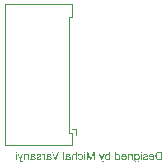
<source format=gbr>
%TF.GenerationSoftware,KiCad,Pcbnew,9.0.6*%
%TF.CreationDate,2025-12-28T22:43:58+01:00*%
%TF.ProjectId,Programmer_Board,50726f67-7261-46d6-9d65-725f426f6172,1.0*%
%TF.SameCoordinates,Original*%
%TF.FileFunction,Legend,Bot*%
%TF.FilePolarity,Positive*%
%FSLAX46Y46*%
G04 Gerber Fmt 4.6, Leading zero omitted, Abs format (unit mm)*
G04 Created by KiCad (PCBNEW 9.0.6) date 2025-12-28 22:43:58*
%MOMM*%
%LPD*%
G01*
G04 APERTURE LIST*
%ADD10C,0.087500*%
%ADD11C,0.120000*%
G04 APERTURE END LIST*
D10*
G36*
X143121097Y-110981000D02*
G01*
X142837543Y-110981000D01*
X142778210Y-110976222D01*
X142727175Y-110962617D01*
X142682975Y-110940772D01*
X142644510Y-110910571D01*
X142611126Y-110871213D01*
X142582670Y-110821271D01*
X142559604Y-110759760D01*
X142545442Y-110692667D01*
X142541643Y-110635255D01*
X142637636Y-110635255D01*
X142639353Y-110669837D01*
X142644817Y-110708901D01*
X142655455Y-110752495D01*
X142669129Y-110788469D01*
X142685465Y-110817937D01*
X142711811Y-110850011D01*
X142741923Y-110873618D01*
X142776336Y-110889659D01*
X142809669Y-110896925D01*
X142855709Y-110899703D01*
X143025482Y-110899703D01*
X143025482Y-110360336D01*
X142856649Y-110360336D01*
X142810066Y-110363667D01*
X142771257Y-110372992D01*
X142738880Y-110387635D01*
X142711874Y-110407388D01*
X142689526Y-110432528D01*
X142668177Y-110469305D01*
X142651949Y-110514235D01*
X142641431Y-110568923D01*
X142637636Y-110635255D01*
X142541643Y-110635255D01*
X142540568Y-110619013D01*
X142545457Y-110546682D01*
X142559372Y-110483904D01*
X142581564Y-110429200D01*
X142611820Y-110381365D01*
X142646171Y-110344538D01*
X142685046Y-110316207D01*
X142729053Y-110295724D01*
X142779144Y-110283011D01*
X142836560Y-110278569D01*
X143121097Y-110278569D01*
X143121097Y-110981000D01*
G37*
G36*
X142269065Y-110462437D02*
G01*
X142314928Y-110476940D01*
X142355431Y-110500694D01*
X142391482Y-110534383D01*
X142420052Y-110574518D01*
X142440855Y-110620514D01*
X142453852Y-110673453D01*
X142458417Y-110734717D01*
X142453742Y-110797269D01*
X142440633Y-110849454D01*
X142419974Y-110893099D01*
X142391953Y-110929623D01*
X142356476Y-110960345D01*
X142318137Y-110981807D01*
X142276260Y-110994739D01*
X142229873Y-110999165D01*
X142191749Y-110997150D01*
X142159562Y-110991514D01*
X142122527Y-110979601D01*
X142090400Y-110962410D01*
X142062493Y-110939881D01*
X142040759Y-110915447D01*
X142020178Y-110883205D01*
X142004704Y-110848803D01*
X141997952Y-110820330D01*
X142082582Y-110820330D01*
X142095542Y-110852313D01*
X142115109Y-110880084D01*
X142136625Y-110899355D01*
X142161271Y-110913112D01*
X142189665Y-110921607D01*
X142222692Y-110924579D01*
X142258206Y-110921291D01*
X142286969Y-110912120D01*
X142310368Y-110897584D01*
X142329335Y-110877477D01*
X142347974Y-110844415D01*
X142360508Y-110803357D01*
X142366136Y-110752413D01*
X141990771Y-110752413D01*
X141992942Y-110684067D01*
X142079248Y-110684067D01*
X142363743Y-110684067D01*
X142357702Y-110641684D01*
X142343494Y-110605874D01*
X142321214Y-110575288D01*
X142292162Y-110551407D01*
X142259430Y-110537294D01*
X142221752Y-110532460D01*
X142181640Y-110536726D01*
X142149657Y-110548629D01*
X142123994Y-110567688D01*
X142103612Y-110594607D01*
X142088579Y-110631529D01*
X142079248Y-110684067D01*
X141992942Y-110684067D01*
X141993064Y-110680220D01*
X141998422Y-110639572D01*
X142011580Y-110590515D01*
X142032873Y-110549215D01*
X142052857Y-110524372D01*
X142078552Y-110502326D01*
X142110792Y-110483007D01*
X142145615Y-110468672D01*
X142180719Y-110460215D01*
X142216495Y-110457404D01*
X142269065Y-110462437D01*
G37*
G36*
X141753598Y-110458615D02*
G01*
X141791101Y-110467457D01*
X141823018Y-110481451D01*
X141850234Y-110500446D01*
X141873172Y-110524683D01*
X141889323Y-110551909D01*
X141899175Y-110582733D01*
X141902594Y-110618073D01*
X141899097Y-110647356D01*
X141888953Y-110672660D01*
X141871984Y-110694936D01*
X141847114Y-110714671D01*
X141811194Y-110732334D01*
X141750516Y-110751002D01*
X141682171Y-110768227D01*
X141631939Y-110782702D01*
X141608525Y-110792591D01*
X141592108Y-110806057D01*
X141582612Y-110822464D01*
X141579332Y-110842813D01*
X141583518Y-110869721D01*
X141595435Y-110890667D01*
X141615706Y-110907140D01*
X141640678Y-110918500D01*
X141668522Y-110925491D01*
X141699823Y-110927913D01*
X141740347Y-110924778D01*
X141771404Y-110916296D01*
X141795021Y-110903397D01*
X141812706Y-110886325D01*
X141826355Y-110860067D01*
X141834206Y-110820330D01*
X141916955Y-110820330D01*
X141912333Y-110857874D01*
X141902256Y-110891371D01*
X141886877Y-110921489D01*
X141866006Y-110948729D01*
X141840779Y-110969735D01*
X141806979Y-110985892D01*
X141762376Y-110996631D01*
X141704140Y-111000618D01*
X141650477Y-110996949D01*
X141607517Y-110986871D01*
X141573263Y-110971385D01*
X141546121Y-110950909D01*
X141523034Y-110924327D01*
X141507037Y-110896115D01*
X141497479Y-110865817D01*
X141494232Y-110832769D01*
X141497686Y-110798244D01*
X141507352Y-110770283D01*
X141522804Y-110747489D01*
X141544454Y-110728990D01*
X141584212Y-110710147D01*
X141668750Y-110685478D01*
X141725683Y-110671629D01*
X141760376Y-110661068D01*
X141782103Y-110650557D01*
X141800957Y-110635107D01*
X141811546Y-110617544D01*
X141815100Y-110597001D01*
X141812287Y-110577847D01*
X141804082Y-110561696D01*
X141790010Y-110547762D01*
X141772245Y-110538033D01*
X141748217Y-110531551D01*
X141716108Y-110529126D01*
X141668514Y-110533643D01*
X141635573Y-110545442D01*
X141613312Y-110563063D01*
X141599026Y-110588365D01*
X141592711Y-110616150D01*
X141511457Y-110616150D01*
X141514416Y-110584003D01*
X141524599Y-110553315D01*
X141542531Y-110523398D01*
X141570547Y-110494911D01*
X141606384Y-110473903D01*
X141651828Y-110460393D01*
X141709398Y-110455480D01*
X141753598Y-110458615D01*
G37*
G36*
X141395710Y-110471252D02*
G01*
X141308217Y-110471252D01*
X141308217Y-110981000D01*
X141395710Y-110981000D01*
X141395710Y-110471252D01*
G37*
G36*
X141395710Y-110278569D02*
G01*
X141308217Y-110278569D01*
X141308217Y-110376108D01*
X141395710Y-110376108D01*
X141395710Y-110278569D01*
G37*
G36*
X141040209Y-110464284D02*
G01*
X141079183Y-110477498D01*
X141115355Y-110499706D01*
X141149343Y-110531990D01*
X141175681Y-110569501D01*
X141195263Y-110614446D01*
X141207753Y-110668284D01*
X141212217Y-110732837D01*
X141207470Y-110802130D01*
X141194621Y-110855784D01*
X141175186Y-110896964D01*
X141149813Y-110928170D01*
X141116802Y-110954326D01*
X141081909Y-110972560D01*
X141044611Y-110983486D01*
X141004189Y-110987197D01*
X140964618Y-110984776D01*
X140933080Y-110978161D01*
X140908104Y-110968091D01*
X140885458Y-110953435D01*
X140864774Y-110934176D01*
X140845914Y-110909748D01*
X140847682Y-110981297D01*
X140853880Y-111027955D01*
X140862626Y-111056568D01*
X140877081Y-111081032D01*
X140896332Y-111099971D01*
X140921023Y-111114009D01*
X140952408Y-111123067D01*
X140992221Y-111126367D01*
X141033049Y-111122639D01*
X141062733Y-111112715D01*
X141084032Y-111097687D01*
X141099137Y-111076029D01*
X141108908Y-111044600D01*
X141196402Y-111044600D01*
X141189525Y-111082963D01*
X141176620Y-111114270D01*
X141158009Y-111139853D01*
X141133314Y-111160561D01*
X141094102Y-111180633D01*
X141048206Y-111193187D01*
X140994145Y-111197618D01*
X140934456Y-111192774D01*
X140886333Y-111179355D01*
X140847516Y-111158393D01*
X140816340Y-111130002D01*
X140791887Y-111093370D01*
X140776889Y-111054612D01*
X140766875Y-111004215D01*
X140763164Y-110939411D01*
X140763164Y-110722792D01*
X140842580Y-110722792D01*
X140845081Y-110764439D01*
X140852222Y-110801017D01*
X140863609Y-110833239D01*
X140881426Y-110864055D01*
X140902889Y-110887016D01*
X140928241Y-110903302D01*
X140958256Y-110913375D01*
X140994145Y-110916928D01*
X141022814Y-110913990D01*
X141047620Y-110905529D01*
X141069379Y-110891623D01*
X141088606Y-110871750D01*
X141107042Y-110839670D01*
X141119213Y-110796784D01*
X141123740Y-110739975D01*
X141121472Y-110690883D01*
X141115305Y-110651769D01*
X141106045Y-110620937D01*
X141089778Y-110589408D01*
X141069681Y-110566080D01*
X141045579Y-110549598D01*
X141016687Y-110539402D01*
X140981707Y-110535794D01*
X140952323Y-110538738D01*
X140926314Y-110547289D01*
X140902956Y-110561433D01*
X140881775Y-110581699D01*
X140865848Y-110605366D01*
X140853602Y-110635696D01*
X140845537Y-110674220D01*
X140842580Y-110722792D01*
X140763164Y-110722792D01*
X140763164Y-110473646D01*
X140842580Y-110473646D01*
X140842580Y-110538187D01*
X140868738Y-110508957D01*
X140892289Y-110489418D01*
X140923444Y-110473167D01*
X140958225Y-110463233D01*
X140997479Y-110459797D01*
X141040209Y-110464284D01*
G37*
G36*
X140633868Y-110468859D02*
G01*
X140552102Y-110468859D01*
X140552102Y-110541564D01*
X140526291Y-110513341D01*
X140500689Y-110492147D01*
X140475122Y-110477023D01*
X140432745Y-110462426D01*
X140384765Y-110457404D01*
X140340942Y-110460953D01*
X140305769Y-110470766D01*
X140277543Y-110486061D01*
X140255008Y-110506742D01*
X140237474Y-110533400D01*
X140226627Y-110562038D01*
X140219231Y-110600843D01*
X140216445Y-110652481D01*
X140216445Y-110981000D01*
X140303939Y-110981000D01*
X140303939Y-110658208D01*
X140307761Y-110614000D01*
X140317787Y-110582682D01*
X140331507Y-110561856D01*
X140349325Y-110547244D01*
X140372000Y-110538134D01*
X140401007Y-110534853D01*
X140430179Y-110536570D01*
X140451229Y-110541051D01*
X140473496Y-110550233D01*
X140494121Y-110564093D01*
X140513377Y-110583152D01*
X140531428Y-110609505D01*
X140541331Y-110635512D01*
X140545916Y-110665421D01*
X140547785Y-110712748D01*
X140547785Y-110981000D01*
X140633868Y-110981000D01*
X140633868Y-110468859D01*
G37*
G36*
X139928828Y-110462437D02*
G01*
X139974690Y-110476940D01*
X140015194Y-110500694D01*
X140051245Y-110534383D01*
X140079814Y-110574518D01*
X140100618Y-110620514D01*
X140113615Y-110673453D01*
X140118180Y-110734717D01*
X140113505Y-110797269D01*
X140100396Y-110849454D01*
X140079737Y-110893099D01*
X140051715Y-110929623D01*
X140016239Y-110960345D01*
X139977900Y-110981807D01*
X139936023Y-110994739D01*
X139889636Y-110999165D01*
X139851511Y-110997150D01*
X139819324Y-110991514D01*
X139782290Y-110979601D01*
X139750163Y-110962410D01*
X139722256Y-110939881D01*
X139700522Y-110915447D01*
X139679941Y-110883205D01*
X139664467Y-110848803D01*
X139657715Y-110820330D01*
X139742345Y-110820330D01*
X139755305Y-110852313D01*
X139774872Y-110880084D01*
X139796388Y-110899355D01*
X139821034Y-110913112D01*
X139849428Y-110921607D01*
X139882455Y-110924579D01*
X139917969Y-110921291D01*
X139946731Y-110912120D01*
X139970130Y-110897584D01*
X139989098Y-110877477D01*
X140007737Y-110844415D01*
X140020271Y-110803357D01*
X140025899Y-110752413D01*
X139650534Y-110752413D01*
X139652705Y-110684067D01*
X139739011Y-110684067D01*
X140023505Y-110684067D01*
X140017465Y-110641684D01*
X140003257Y-110605874D01*
X139980976Y-110575288D01*
X139951925Y-110551407D01*
X139919192Y-110537294D01*
X139881515Y-110532460D01*
X139841402Y-110536726D01*
X139809420Y-110548629D01*
X139783757Y-110567688D01*
X139763374Y-110594607D01*
X139748342Y-110631529D01*
X139739011Y-110684067D01*
X139652705Y-110684067D01*
X139652827Y-110680220D01*
X139658185Y-110639572D01*
X139671343Y-110590515D01*
X139692636Y-110549215D01*
X139712620Y-110524372D01*
X139738314Y-110502326D01*
X139770555Y-110483007D01*
X139805378Y-110468672D01*
X139840482Y-110460215D01*
X139876257Y-110457404D01*
X139928828Y-110462437D01*
G37*
G36*
X139210415Y-110534853D02*
G01*
X139239849Y-110502619D01*
X139262518Y-110484631D01*
X139290022Y-110471231D01*
X139322504Y-110462791D01*
X139361039Y-110459797D01*
X139402773Y-110463291D01*
X139439136Y-110473305D01*
X139471097Y-110489519D01*
X139499370Y-110512127D01*
X139524358Y-110541820D01*
X139549008Y-110583987D01*
X139566777Y-110629902D01*
X139577698Y-110680212D01*
X139581462Y-110735700D01*
X139577134Y-110795276D01*
X139564882Y-110846141D01*
X139545406Y-110889744D01*
X139518845Y-110927229D01*
X139484958Y-110959582D01*
X139449397Y-110981691D01*
X139411582Y-110994755D01*
X139370614Y-110999165D01*
X139335731Y-110996710D01*
X139304521Y-110989622D01*
X139276409Y-110978136D01*
X139250971Y-110961787D01*
X139227267Y-110939303D01*
X139205157Y-110909748D01*
X139205157Y-110981000D01*
X139127708Y-110981000D01*
X139127708Y-110725186D01*
X139207081Y-110725186D01*
X139209919Y-110774067D01*
X139217756Y-110813982D01*
X139229798Y-110846434D01*
X139245592Y-110872690D01*
X139266773Y-110895725D01*
X139289854Y-110911500D01*
X139315279Y-110920898D01*
X139343814Y-110924109D01*
X139381302Y-110920292D01*
X139411501Y-110909624D01*
X139435985Y-110892570D01*
X139455714Y-110868629D01*
X139474560Y-110830186D01*
X139486427Y-110784783D01*
X139490635Y-110730913D01*
X139487642Y-110681804D01*
X139479411Y-110642101D01*
X139466792Y-110610158D01*
X139450243Y-110584606D01*
X139428261Y-110562656D01*
X139403761Y-110547337D01*
X139376217Y-110538059D01*
X139344797Y-110534853D01*
X139308023Y-110540021D01*
X139275781Y-110555259D01*
X139246789Y-110581485D01*
X139230670Y-110605516D01*
X139218262Y-110636370D01*
X139210082Y-110675626D01*
X139207081Y-110725186D01*
X139127708Y-110725186D01*
X139127708Y-110276176D01*
X139210415Y-110276176D01*
X139210415Y-110534853D01*
G37*
G36*
X138735289Y-110981000D02*
G01*
X138655916Y-110981000D01*
X138655916Y-110915475D01*
X138627959Y-110948875D01*
X138604754Y-110969032D01*
X138576737Y-110984381D01*
X138544243Y-110993900D01*
X138506232Y-110997242D01*
X138465293Y-110993848D01*
X138429281Y-110984083D01*
X138397315Y-110968219D01*
X138368739Y-110946055D01*
X138343169Y-110916928D01*
X138318135Y-110875604D01*
X138299812Y-110828847D01*
X138288363Y-110775734D01*
X138284639Y-110719415D01*
X138372363Y-110719415D01*
X138376689Y-110779203D01*
X138388607Y-110827244D01*
X138407027Y-110865766D01*
X138426633Y-110890113D01*
X138450014Y-110907129D01*
X138477879Y-110917568D01*
X138511489Y-110921245D01*
X138547340Y-110917624D01*
X138576869Y-110907411D01*
X138601409Y-110890961D01*
X138621788Y-110867776D01*
X138638221Y-110836573D01*
X138647748Y-110806053D01*
X138654068Y-110767544D01*
X138656386Y-110719415D01*
X138653006Y-110668475D01*
X138643865Y-110629053D01*
X138630075Y-110598835D01*
X138612148Y-110575972D01*
X138580551Y-110551513D01*
X138546558Y-110537260D01*
X138509096Y-110532460D01*
X138476604Y-110535968D01*
X138449453Y-110545953D01*
X138426484Y-110562248D01*
X138407027Y-110585546D01*
X138388360Y-110622440D01*
X138376564Y-110666526D01*
X138372363Y-110719415D01*
X138284639Y-110719415D01*
X138284356Y-110715141D01*
X138288707Y-110650399D01*
X138300723Y-110597891D01*
X138319281Y-110555422D01*
X138343896Y-110521218D01*
X138375798Y-110492546D01*
X138411695Y-110472239D01*
X138452390Y-110459802D01*
X138499051Y-110455480D01*
X138543540Y-110460378D01*
X138584194Y-110474843D01*
X138620397Y-110498371D01*
X138651599Y-110531049D01*
X138651599Y-110276176D01*
X138735289Y-110276176D01*
X138735289Y-110981000D01*
G37*
G36*
X137864325Y-110468859D02*
G01*
X137769138Y-110468859D01*
X137849964Y-110693599D01*
X137928396Y-110908807D01*
X137981793Y-111042975D01*
X138014685Y-111115134D01*
X138033586Y-111147866D01*
X138050503Y-111165803D01*
X138072735Y-111179111D01*
X138101556Y-111187743D01*
X138138775Y-111190908D01*
X138166771Y-111189455D01*
X138190921Y-111184240D01*
X138190921Y-111105808D01*
X138158394Y-111113459D01*
X138140698Y-111114912D01*
X138118688Y-111112632D01*
X138105564Y-111107004D01*
X138086672Y-111087642D01*
X138069446Y-111048404D01*
X138047947Y-110995831D01*
X138237296Y-110468859D01*
X138139758Y-110468859D01*
X138002512Y-110885855D01*
X137864325Y-110468859D01*
G37*
G36*
X137413306Y-110278569D02*
G01*
X137277001Y-110278569D01*
X137075213Y-110872434D01*
X136874879Y-110278569D01*
X136740027Y-110278569D01*
X136740027Y-110981000D01*
X136830384Y-110981000D01*
X136830384Y-110566397D01*
X136829444Y-110495188D01*
X136828461Y-110388546D01*
X137028838Y-110981000D01*
X137123042Y-110981000D01*
X137324829Y-110388546D01*
X137324829Y-110410045D01*
X137323633Y-110488734D01*
X137322436Y-110566397D01*
X137322436Y-110981000D01*
X137413306Y-110981000D01*
X137413306Y-110278569D01*
G37*
G36*
X136606499Y-110471252D02*
G01*
X136519005Y-110471252D01*
X136519005Y-110981000D01*
X136606499Y-110981000D01*
X136606499Y-110471252D01*
G37*
G36*
X136606499Y-110278569D02*
G01*
X136519005Y-110278569D01*
X136519005Y-110376108D01*
X136606499Y-110376108D01*
X136606499Y-110278569D01*
G37*
G36*
X136240692Y-110458861D02*
G01*
X136284162Y-110472886D01*
X136323155Y-110496040D01*
X136358464Y-110529126D01*
X136385859Y-110568122D01*
X136406254Y-110615001D01*
X136419283Y-110671324D01*
X136423946Y-110739034D01*
X136419939Y-110793542D01*
X136408431Y-110841623D01*
X136389858Y-110884316D01*
X136364192Y-110922442D01*
X136331721Y-110954577D01*
X136294865Y-110977198D01*
X136252742Y-110991021D01*
X136203993Y-110995831D01*
X136159538Y-110992628D01*
X136120843Y-110983487D01*
X136086981Y-110968837D01*
X136057215Y-110948729D01*
X136032490Y-110923411D01*
X136012129Y-110891103D01*
X135996250Y-110850470D01*
X135985450Y-110799771D01*
X136069140Y-110799771D01*
X136079805Y-110836486D01*
X136094319Y-110865975D01*
X136112396Y-110889445D01*
X136135164Y-110907300D01*
X136162970Y-110918288D01*
X136197282Y-110922186D01*
X136231102Y-110918622D01*
X136258609Y-110908603D01*
X136281176Y-110892461D01*
X136299608Y-110869613D01*
X136317181Y-110833203D01*
X136328226Y-110790442D01*
X136332135Y-110739975D01*
X136329309Y-110689286D01*
X136321425Y-110646839D01*
X136309182Y-110611362D01*
X136292379Y-110581351D01*
X136272580Y-110559262D01*
X136249653Y-110543801D01*
X136222985Y-110534353D01*
X136191555Y-110531049D01*
X136152651Y-110535062D01*
X136124384Y-110545812D01*
X136104061Y-110562379D01*
X136088356Y-110584504D01*
X136076678Y-110610483D01*
X136069140Y-110641026D01*
X135985450Y-110641026D01*
X135994677Y-110589398D01*
X136009079Y-110549461D01*
X136027834Y-110518950D01*
X136050718Y-110496129D01*
X136078716Y-110478302D01*
X136110986Y-110465187D01*
X136148289Y-110456935D01*
X136191555Y-110454027D01*
X136240692Y-110458861D01*
G37*
G36*
X135899367Y-110276176D02*
G01*
X135813284Y-110276176D01*
X135813284Y-110538187D01*
X135782319Y-110503316D01*
X135758317Y-110483691D01*
X135729420Y-110468965D01*
X135695220Y-110459705D01*
X135654538Y-110456421D01*
X135609809Y-110460050D01*
X135573809Y-110470096D01*
X135544827Y-110485777D01*
X135521603Y-110507003D01*
X135503443Y-110534383D01*
X135492268Y-110563632D01*
X135484747Y-110602231D01*
X135481944Y-110652481D01*
X135481944Y-110981000D01*
X135570378Y-110981000D01*
X135570378Y-110658208D01*
X135574600Y-110605884D01*
X135584740Y-110575501D01*
X135598326Y-110557742D01*
X135616667Y-110544800D01*
X135640874Y-110536464D01*
X135672704Y-110533400D01*
X135707090Y-110537445D01*
X135739175Y-110549528D01*
X135769772Y-110570244D01*
X135787044Y-110589961D01*
X135800596Y-110617967D01*
X135809802Y-110656726D01*
X135813284Y-110709371D01*
X135813284Y-110981000D01*
X135899367Y-110981000D01*
X135899367Y-110276176D01*
G37*
G36*
X135205049Y-110460717D02*
G01*
X135250386Y-110473150D01*
X135291184Y-110493479D01*
X135316113Y-110514426D01*
X135334739Y-110542202D01*
X135347200Y-110578359D01*
X135352605Y-110625211D01*
X135272292Y-110625211D01*
X135264141Y-110588690D01*
X135251733Y-110565457D01*
X135230223Y-110546269D01*
X135199445Y-110533808D01*
X135156075Y-110529126D01*
X135117471Y-110531711D01*
X135088264Y-110538630D01*
X135066444Y-110548958D01*
X135049336Y-110564474D01*
X135038886Y-110585177D01*
X135035114Y-110612816D01*
X135036749Y-110632933D01*
X135040841Y-110645813D01*
X135049327Y-110657554D01*
X135062113Y-110665841D01*
X135080549Y-110670646D01*
X135217752Y-110687871D01*
X135264421Y-110697775D01*
X135302857Y-110713997D01*
X135334482Y-110736170D01*
X135353519Y-110757192D01*
X135367275Y-110782044D01*
X135375885Y-110811493D01*
X135378934Y-110846617D01*
X135373786Y-110888061D01*
X135358843Y-110923707D01*
X135333756Y-110954969D01*
X135301319Y-110978675D01*
X135263045Y-110993148D01*
X135217282Y-110998225D01*
X135178384Y-110995334D01*
X135142383Y-110986857D01*
X135108759Y-110972878D01*
X135077251Y-110954140D01*
X135052371Y-110934200D01*
X135033190Y-110913082D01*
X135026880Y-110941611D01*
X135018359Y-110960440D01*
X135002662Y-110977662D01*
X134981735Y-110988186D01*
X134953818Y-110991984D01*
X134925137Y-110990531D01*
X134894534Y-110983393D01*
X134894534Y-110919792D01*
X134909836Y-110921972D01*
X134922744Y-110922656D01*
X134938323Y-110920280D01*
X134945953Y-110914535D01*
X134949942Y-110905527D01*
X134951424Y-110892993D01*
X134951424Y-110789727D01*
X135037507Y-110789727D01*
X135042168Y-110827307D01*
X135055413Y-110857946D01*
X135077267Y-110883279D01*
X135109229Y-110904020D01*
X135152748Y-110919850D01*
X135197193Y-110925050D01*
X135221319Y-110922583D01*
X135242644Y-110915418D01*
X135261777Y-110903550D01*
X135276846Y-110887526D01*
X135285855Y-110868267D01*
X135289004Y-110844736D01*
X135284373Y-110814186D01*
X135271316Y-110790868D01*
X135249339Y-110772972D01*
X135222637Y-110762128D01*
X135179028Y-110753396D01*
X135126925Y-110746685D01*
X135078155Y-110737154D01*
X135054701Y-110729254D01*
X135037507Y-110720398D01*
X135037507Y-110789727D01*
X134951424Y-110789727D01*
X134951424Y-110597984D01*
X134955188Y-110562844D01*
X134965803Y-110534112D01*
X134982972Y-110510389D01*
X135007374Y-110490871D01*
X135046471Y-110472521D01*
X135094706Y-110460695D01*
X135154152Y-110456421D01*
X135205049Y-110460717D01*
G37*
G36*
X134808237Y-110278569D02*
G01*
X134722196Y-110278569D01*
X134722196Y-110981000D01*
X134808237Y-110981000D01*
X134808237Y-110278569D01*
G37*
G36*
X134254037Y-110278569D02*
G01*
X134052250Y-110876751D01*
X133852856Y-110278569D01*
X133746214Y-110278569D01*
X134002498Y-110981000D01*
X134103413Y-110981000D01*
X134359227Y-110278569D01*
X134254037Y-110278569D01*
G37*
G36*
X133589725Y-110460717D02*
G01*
X133635062Y-110473150D01*
X133675860Y-110493479D01*
X133700788Y-110514426D01*
X133719415Y-110542202D01*
X133731875Y-110578359D01*
X133737281Y-110625211D01*
X133656967Y-110625211D01*
X133648817Y-110588690D01*
X133636408Y-110565457D01*
X133614898Y-110546269D01*
X133584121Y-110533808D01*
X133540751Y-110529126D01*
X133502147Y-110531711D01*
X133472939Y-110538630D01*
X133451120Y-110548958D01*
X133434011Y-110564474D01*
X133423561Y-110585177D01*
X133419789Y-110612816D01*
X133421424Y-110632933D01*
X133425517Y-110645813D01*
X133434003Y-110657554D01*
X133446788Y-110665841D01*
X133465225Y-110670646D01*
X133602428Y-110687871D01*
X133649096Y-110697775D01*
X133687533Y-110713997D01*
X133719158Y-110736170D01*
X133738194Y-110757192D01*
X133751951Y-110782044D01*
X133760561Y-110811493D01*
X133763610Y-110846617D01*
X133758461Y-110888061D01*
X133743518Y-110923707D01*
X133718431Y-110954969D01*
X133685995Y-110978675D01*
X133647721Y-110993148D01*
X133601958Y-110998225D01*
X133563060Y-110995334D01*
X133527058Y-110986857D01*
X133493435Y-110972878D01*
X133461927Y-110954140D01*
X133437047Y-110934200D01*
X133417866Y-110913082D01*
X133411555Y-110941611D01*
X133403034Y-110960440D01*
X133387337Y-110977662D01*
X133366411Y-110988186D01*
X133338493Y-110991984D01*
X133309813Y-110990531D01*
X133279209Y-110983393D01*
X133279209Y-110919792D01*
X133294511Y-110921972D01*
X133307419Y-110922656D01*
X133322998Y-110920280D01*
X133330628Y-110914535D01*
X133334618Y-110905527D01*
X133336099Y-110892993D01*
X133336099Y-110789727D01*
X133422183Y-110789727D01*
X133426844Y-110827307D01*
X133440088Y-110857946D01*
X133461943Y-110883279D01*
X133493905Y-110904020D01*
X133537424Y-110919850D01*
X133581869Y-110925050D01*
X133605995Y-110922583D01*
X133627320Y-110915418D01*
X133646453Y-110903550D01*
X133661521Y-110887526D01*
X133670531Y-110868267D01*
X133673680Y-110844736D01*
X133669048Y-110814186D01*
X133655992Y-110790868D01*
X133634015Y-110772972D01*
X133607312Y-110762128D01*
X133563703Y-110753396D01*
X133511600Y-110746685D01*
X133462831Y-110737154D01*
X133439376Y-110729254D01*
X133422183Y-110720398D01*
X133422183Y-110789727D01*
X133336099Y-110789727D01*
X133336099Y-110597984D01*
X133339864Y-110562844D01*
X133350478Y-110534112D01*
X133367647Y-110510389D01*
X133392049Y-110490871D01*
X133431147Y-110472521D01*
X133479381Y-110460695D01*
X133538827Y-110456421D01*
X133589725Y-110460717D01*
G37*
G36*
X133192912Y-110468859D02*
G01*
X133111146Y-110468859D01*
X133111146Y-110557336D01*
X133095932Y-110531465D01*
X133061906Y-110494462D01*
X133034033Y-110473641D01*
X133004197Y-110461492D01*
X132971506Y-110457404D01*
X132963428Y-110457874D01*
X132943809Y-110459797D01*
X132943809Y-110550625D01*
X132957914Y-110548745D01*
X132972019Y-110548232D01*
X133003991Y-110551099D01*
X133030670Y-110559187D01*
X133053085Y-110572123D01*
X133071951Y-110590077D01*
X133091420Y-110619516D01*
X133102957Y-110651344D01*
X133106871Y-110686418D01*
X133106871Y-110981000D01*
X133192912Y-110981000D01*
X133192912Y-110468859D01*
G37*
G36*
X132737325Y-110458615D02*
G01*
X132774828Y-110467457D01*
X132806744Y-110481451D01*
X132833961Y-110500446D01*
X132856898Y-110524683D01*
X132873049Y-110551909D01*
X132882902Y-110582733D01*
X132886320Y-110618073D01*
X132882823Y-110647356D01*
X132872680Y-110672660D01*
X132855711Y-110694936D01*
X132830840Y-110714671D01*
X132794921Y-110732334D01*
X132734242Y-110751002D01*
X132665897Y-110768227D01*
X132615666Y-110782702D01*
X132592252Y-110792591D01*
X132575835Y-110806057D01*
X132566339Y-110822464D01*
X132563059Y-110842813D01*
X132567244Y-110869721D01*
X132579161Y-110890667D01*
X132599433Y-110907140D01*
X132624404Y-110918500D01*
X132652248Y-110925491D01*
X132683550Y-110927913D01*
X132724073Y-110924778D01*
X132755131Y-110916296D01*
X132778747Y-110903397D01*
X132796433Y-110886325D01*
X132810082Y-110860067D01*
X132817932Y-110820330D01*
X132900682Y-110820330D01*
X132896060Y-110857874D01*
X132885982Y-110891371D01*
X132870603Y-110921489D01*
X132849733Y-110948729D01*
X132824505Y-110969735D01*
X132790705Y-110985892D01*
X132746102Y-110996631D01*
X132687867Y-111000618D01*
X132634203Y-110996949D01*
X132591243Y-110986871D01*
X132556989Y-110971385D01*
X132529848Y-110950909D01*
X132506761Y-110924327D01*
X132490763Y-110896115D01*
X132481205Y-110865817D01*
X132477958Y-110832769D01*
X132481412Y-110798244D01*
X132491079Y-110770283D01*
X132506530Y-110747489D01*
X132528181Y-110728990D01*
X132567938Y-110710147D01*
X132652476Y-110685478D01*
X132709409Y-110671629D01*
X132744102Y-110661068D01*
X132765829Y-110650557D01*
X132784684Y-110635107D01*
X132795273Y-110617544D01*
X132798826Y-110597001D01*
X132796013Y-110577847D01*
X132787809Y-110561696D01*
X132773736Y-110547762D01*
X132755971Y-110538033D01*
X132731944Y-110531551D01*
X132699835Y-110529126D01*
X132652240Y-110533643D01*
X132619299Y-110545442D01*
X132597039Y-110563063D01*
X132582752Y-110588365D01*
X132576437Y-110616150D01*
X132495184Y-110616150D01*
X132498142Y-110584003D01*
X132508326Y-110553315D01*
X132526257Y-110523398D01*
X132554274Y-110494911D01*
X132590111Y-110473903D01*
X132635555Y-110460393D01*
X132693124Y-110455480D01*
X132737325Y-110458615D01*
G37*
G36*
X132229487Y-110460717D02*
G01*
X132274824Y-110473150D01*
X132315622Y-110493479D01*
X132340551Y-110514426D01*
X132359178Y-110542202D01*
X132371638Y-110578359D01*
X132377043Y-110625211D01*
X132296730Y-110625211D01*
X132288579Y-110588690D01*
X132276171Y-110565457D01*
X132254661Y-110546269D01*
X132223883Y-110533808D01*
X132180513Y-110529126D01*
X132141909Y-110531711D01*
X132112702Y-110538630D01*
X132090882Y-110548958D01*
X132073774Y-110564474D01*
X132063324Y-110585177D01*
X132059552Y-110612816D01*
X132061187Y-110632933D01*
X132065280Y-110645813D01*
X132073766Y-110657554D01*
X132086551Y-110665841D01*
X132104987Y-110670646D01*
X132242191Y-110687871D01*
X132288859Y-110697775D01*
X132327295Y-110713997D01*
X132358920Y-110736170D01*
X132377957Y-110757192D01*
X132391714Y-110782044D01*
X132400323Y-110811493D01*
X132403373Y-110846617D01*
X132398224Y-110888061D01*
X132383281Y-110923707D01*
X132358194Y-110954969D01*
X132325757Y-110978675D01*
X132287483Y-110993148D01*
X132241721Y-110998225D01*
X132202823Y-110995334D01*
X132166821Y-110986857D01*
X132133197Y-110972878D01*
X132101689Y-110954140D01*
X132076809Y-110934200D01*
X132057629Y-110913082D01*
X132051318Y-110941611D01*
X132042797Y-110960440D01*
X132027100Y-110977662D01*
X132006174Y-110988186D01*
X131978256Y-110991984D01*
X131949576Y-110990531D01*
X131918972Y-110983393D01*
X131918972Y-110919792D01*
X131934274Y-110921972D01*
X131947182Y-110922656D01*
X131962761Y-110920280D01*
X131970391Y-110914535D01*
X131974380Y-110905527D01*
X131975862Y-110892993D01*
X131975862Y-110789727D01*
X132061946Y-110789727D01*
X132066607Y-110827307D01*
X132079851Y-110857946D01*
X132101705Y-110883279D01*
X132133668Y-110904020D01*
X132177186Y-110919850D01*
X132221632Y-110925050D01*
X132245758Y-110922583D01*
X132267082Y-110915418D01*
X132286215Y-110903550D01*
X132301284Y-110887526D01*
X132310294Y-110868267D01*
X132313442Y-110844736D01*
X132308811Y-110814186D01*
X132295755Y-110790868D01*
X132273777Y-110772972D01*
X132247075Y-110762128D01*
X132203466Y-110753396D01*
X132151363Y-110746685D01*
X132102594Y-110737154D01*
X132079139Y-110729254D01*
X132061946Y-110720398D01*
X132061946Y-110789727D01*
X131975862Y-110789727D01*
X131975862Y-110597984D01*
X131979627Y-110562844D01*
X131990241Y-110534112D01*
X132007410Y-110510389D01*
X132031812Y-110490871D01*
X132070909Y-110472521D01*
X132119144Y-110460695D01*
X132178590Y-110456421D01*
X132229487Y-110460717D01*
G37*
G36*
X131835068Y-110468859D02*
G01*
X131753302Y-110468859D01*
X131753302Y-110541564D01*
X131727491Y-110513341D01*
X131701889Y-110492147D01*
X131676323Y-110477023D01*
X131633946Y-110462426D01*
X131585965Y-110457404D01*
X131542142Y-110460953D01*
X131506969Y-110470766D01*
X131478743Y-110486061D01*
X131456208Y-110506742D01*
X131438674Y-110533400D01*
X131427828Y-110562038D01*
X131420431Y-110600843D01*
X131417645Y-110652481D01*
X131417645Y-110981000D01*
X131505139Y-110981000D01*
X131505139Y-110658208D01*
X131508961Y-110614000D01*
X131518988Y-110582682D01*
X131532707Y-110561856D01*
X131550525Y-110547244D01*
X131573200Y-110538134D01*
X131602207Y-110534853D01*
X131631379Y-110536570D01*
X131652430Y-110541051D01*
X131674696Y-110550233D01*
X131695322Y-110564093D01*
X131714577Y-110583152D01*
X131732628Y-110609505D01*
X131742531Y-110635512D01*
X131747116Y-110665421D01*
X131748985Y-110712748D01*
X131748985Y-110981000D01*
X131835068Y-110981000D01*
X131835068Y-110468859D01*
G37*
G36*
X130970815Y-110468859D02*
G01*
X130875628Y-110468859D01*
X130956454Y-110693599D01*
X131034886Y-110908807D01*
X131088283Y-111042975D01*
X131121175Y-111115134D01*
X131140075Y-111147866D01*
X131156993Y-111165803D01*
X131179225Y-111179111D01*
X131208046Y-111187743D01*
X131245265Y-111190908D01*
X131273261Y-111189455D01*
X131297411Y-111184240D01*
X131297411Y-111105808D01*
X131264883Y-111113459D01*
X131247188Y-111114912D01*
X131225178Y-111112632D01*
X131212054Y-111107004D01*
X131193162Y-111087642D01*
X131175936Y-111048404D01*
X131154437Y-110995831D01*
X131343786Y-110468859D01*
X131246248Y-110468859D01*
X131109002Y-110885855D01*
X130970815Y-110468859D01*
G37*
G36*
X130801042Y-110471252D02*
G01*
X130713548Y-110471252D01*
X130713548Y-110981000D01*
X130801042Y-110981000D01*
X130801042Y-110471252D01*
G37*
G36*
X130801042Y-110278569D02*
G01*
X130713548Y-110278569D01*
X130713548Y-110376108D01*
X130801042Y-110376108D01*
X130801042Y-110278569D01*
G37*
D11*
%TO.C,J102*%
X129780000Y-97785000D02*
X129780000Y-103770000D01*
X129780000Y-109755000D02*
X129780000Y-103770000D01*
X135200000Y-98855000D02*
X135500000Y-98855000D01*
X135200000Y-103770000D02*
X135200000Y-98855000D01*
X135200000Y-103770000D02*
X135200000Y-108685000D01*
X135200000Y-108685000D02*
X135500000Y-108685000D01*
X135490000Y-108395000D02*
X135790000Y-108395000D01*
X135500000Y-97785000D02*
X129780000Y-97785000D01*
X135500000Y-98855000D02*
X135500000Y-97785000D01*
X135500000Y-108685000D02*
X135500000Y-109755000D01*
X135500000Y-109755000D02*
X129780000Y-109755000D01*
X135790000Y-108395000D02*
X135790000Y-108895000D01*
%TD*%
M02*

</source>
